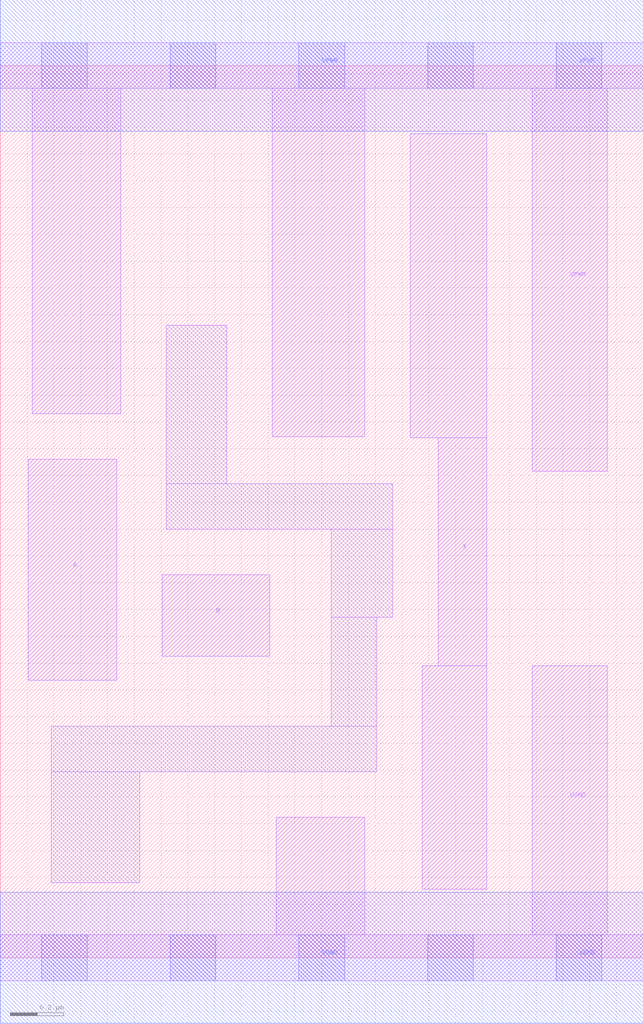
<source format=lef>
# Copyright 2020 The SkyWater PDK Authors
#
# Licensed under the Apache License, Version 2.0 (the "License");
# you may not use this file except in compliance with the License.
# You may obtain a copy of the License at
#
#     https://www.apache.org/licenses/LICENSE-2.0
#
# Unless required by applicable law or agreed to in writing, software
# distributed under the License is distributed on an "AS IS" BASIS,
# WITHOUT WARRANTIES OR CONDITIONS OF ANY KIND, either express or implied.
# See the License for the specific language governing permissions and
# limitations under the License.
#
# SPDX-License-Identifier: Apache-2.0

VERSION 5.7 ;
  NAMESCASESENSITIVE ON ;
  NOWIREEXTENSIONATPIN ON ;
  DIVIDERCHAR "/" ;
  BUSBITCHARS "[]" ;
UNITS
  DATABASE MICRONS 200 ;
END UNITS
MACRO sky130_fd_sc_lp__and2_2
  CLASS CORE ;
  SOURCE USER ;
  FOREIGN sky130_fd_sc_lp__and2_2 ;
  ORIGIN  0.000000  0.000000 ;
  SIZE  2.400000 BY  3.330000 ;
  SYMMETRY X Y R90 ;
  SITE unit ;
  PIN A
    ANTENNAGATEAREA  0.126000 ;
    DIRECTION INPUT ;
    USE SIGNAL ;
    PORT
      LAYER li1 ;
        RECT 0.105000 1.035000 0.435000 1.860000 ;
    END
  END A
  PIN B
    ANTENNAGATEAREA  0.126000 ;
    DIRECTION INPUT ;
    USE SIGNAL ;
    PORT
      LAYER li1 ;
        RECT 0.605000 1.125000 1.005000 1.430000 ;
    END
  END B
  PIN X
    ANTENNADIFFAREA  0.588000 ;
    DIRECTION OUTPUT ;
    USE SIGNAL ;
    PORT
      LAYER li1 ;
        RECT 1.530000 1.940000 1.815000 3.075000 ;
        RECT 1.575000 0.255000 1.815000 1.090000 ;
        RECT 1.635000 1.090000 1.815000 1.940000 ;
    END
  END X
  PIN VGND
    DIRECTION INOUT ;
    USE GROUND ;
    PORT
      LAYER li1 ;
        RECT 0.000000 -0.085000 2.400000 0.085000 ;
        RECT 1.030000  0.085000 1.360000 0.525000 ;
        RECT 1.985000  0.085000 2.265000 1.090000 ;
      LAYER mcon ;
        RECT 0.155000 -0.085000 0.325000 0.085000 ;
        RECT 0.635000 -0.085000 0.805000 0.085000 ;
        RECT 1.115000 -0.085000 1.285000 0.085000 ;
        RECT 1.595000 -0.085000 1.765000 0.085000 ;
        RECT 2.075000 -0.085000 2.245000 0.085000 ;
      LAYER met1 ;
        RECT 0.000000 -0.245000 2.400000 0.245000 ;
    END
  END VGND
  PIN VPWR
    DIRECTION INOUT ;
    USE POWER ;
    PORT
      LAYER li1 ;
        RECT 0.000000 3.245000 2.400000 3.415000 ;
        RECT 0.120000 2.030000 0.450000 3.245000 ;
        RECT 1.015000 1.945000 1.360000 3.245000 ;
        RECT 1.985000 1.815000 2.265000 3.245000 ;
      LAYER mcon ;
        RECT 0.155000 3.245000 0.325000 3.415000 ;
        RECT 0.635000 3.245000 0.805000 3.415000 ;
        RECT 1.115000 3.245000 1.285000 3.415000 ;
        RECT 1.595000 3.245000 1.765000 3.415000 ;
        RECT 2.075000 3.245000 2.245000 3.415000 ;
      LAYER met1 ;
        RECT 0.000000 3.085000 2.400000 3.575000 ;
    END
  END VPWR
  OBS
    LAYER li1 ;
      RECT 0.190000 0.280000 0.520000 0.695000 ;
      RECT 0.190000 0.695000 1.405000 0.865000 ;
      RECT 0.620000 1.600000 1.465000 1.770000 ;
      RECT 0.620000 1.770000 0.845000 2.360000 ;
      RECT 1.235000 0.865000 1.405000 1.270000 ;
      RECT 1.235000 1.270000 1.465000 1.600000 ;
  END
END sky130_fd_sc_lp__and2_2

</source>
